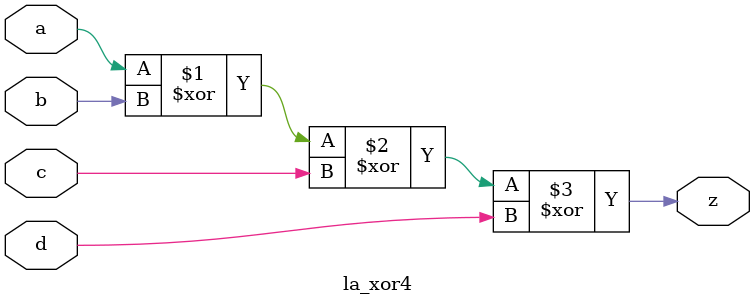
<source format=v>
module la_xor4(	// file.cleaned.mlir:2:3
  input  a,	// file.cleaned.mlir:2:25
         b,	// file.cleaned.mlir:2:37
         c,	// file.cleaned.mlir:2:49
         d,	// file.cleaned.mlir:2:61
  output z	// file.cleaned.mlir:2:74
);

  assign z = a ^ b ^ c ^ d;	// file.cleaned.mlir:3:10, :4:5
endmodule


</source>
